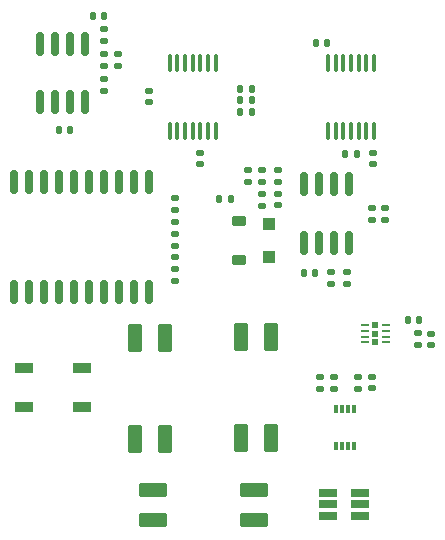
<source format=gbr>
%TF.GenerationSoftware,KiCad,Pcbnew,7.0.10*%
%TF.CreationDate,2024-03-09T07:06:28+08:00*%
%TF.ProjectId,ESP32Sensor-Sensor_board,45535033-3253-4656-9e73-6f722d53656e,rev?*%
%TF.SameCoordinates,Original*%
%TF.FileFunction,Paste,Bot*%
%TF.FilePolarity,Positive*%
%FSLAX46Y46*%
G04 Gerber Fmt 4.6, Leading zero omitted, Abs format (unit mm)*
G04 Created by KiCad (PCBNEW 7.0.10) date 2024-03-09 07:06:28*
%MOMM*%
%LPD*%
G01*
G04 APERTURE LIST*
G04 Aperture macros list*
%AMRoundRect*
0 Rectangle with rounded corners*
0 $1 Rounding radius*
0 $2 $3 $4 $5 $6 $7 $8 $9 X,Y pos of 4 corners*
0 Add a 4 corners polygon primitive as box body*
4,1,4,$2,$3,$4,$5,$6,$7,$8,$9,$2,$3,0*
0 Add four circle primitives for the rounded corners*
1,1,$1+$1,$2,$3*
1,1,$1+$1,$4,$5*
1,1,$1+$1,$6,$7*
1,1,$1+$1,$8,$9*
0 Add four rect primitives between the rounded corners*
20,1,$1+$1,$2,$3,$4,$5,0*
20,1,$1+$1,$4,$5,$6,$7,0*
20,1,$1+$1,$6,$7,$8,$9,0*
20,1,$1+$1,$8,$9,$2,$3,0*%
G04 Aperture macros list end*
%ADD10RoundRect,0.113000X-0.452000X1.107000X-0.452000X-1.107000X0.452000X-1.107000X0.452000X1.107000X0*%
%ADD11RoundRect,0.100000X-0.100000X0.637500X-0.100000X-0.637500X0.100000X-0.637500X0.100000X0.637500X0*%
%ADD12RoundRect,0.135000X-0.185000X0.135000X-0.185000X-0.135000X0.185000X-0.135000X0.185000X0.135000X0*%
%ADD13RoundRect,0.140000X-0.170000X0.140000X-0.170000X-0.140000X0.170000X-0.140000X0.170000X0.140000X0*%
%ADD14RoundRect,0.140000X0.170000X-0.140000X0.170000X0.140000X-0.170000X0.140000X-0.170000X-0.140000X0*%
%ADD15RoundRect,0.147500X0.147500X0.172500X-0.147500X0.172500X-0.147500X-0.172500X0.147500X-0.172500X0*%
%ADD16RoundRect,0.250000X0.300000X-0.300000X0.300000X0.300000X-0.300000X0.300000X-0.300000X-0.300000X0*%
%ADD17RoundRect,0.150000X-0.150000X0.825000X-0.150000X-0.825000X0.150000X-0.825000X0.150000X0.825000X0*%
%ADD18RoundRect,0.135000X0.185000X-0.135000X0.185000X0.135000X-0.185000X0.135000X-0.185000X-0.135000X0*%
%ADD19RoundRect,0.140000X0.140000X0.170000X-0.140000X0.170000X-0.140000X-0.170000X0.140000X-0.170000X0*%
%ADD20RoundRect,0.135000X0.135000X0.185000X-0.135000X0.185000X-0.135000X-0.185000X0.135000X-0.185000X0*%
%ADD21RoundRect,0.140000X-0.140000X-0.170000X0.140000X-0.170000X0.140000X0.170000X-0.140000X0.170000X0*%
%ADD22R,1.560000X0.650000*%
%ADD23RoundRect,0.225000X0.375000X-0.225000X0.375000X0.225000X-0.375000X0.225000X-0.375000X-0.225000X0*%
%ADD24RoundRect,0.113000X1.107000X0.452000X-1.107000X0.452000X-1.107000X-0.452000X1.107000X-0.452000X0*%
%ADD25RoundRect,0.147500X-0.147500X-0.172500X0.147500X-0.172500X0.147500X0.172500X-0.147500X0.172500X0*%
%ADD26R,0.300000X0.800000*%
%ADD27RoundRect,0.150000X-0.150000X0.875000X-0.150000X-0.875000X0.150000X-0.875000X0.150000X0.875000X0*%
%ADD28R,0.500000X0.590000*%
%ADD29R,0.700000X0.250000*%
%ADD30RoundRect,0.100000X0.100000X-0.637500X0.100000X0.637500X-0.100000X0.637500X-0.100000X-0.637500X0*%
%ADD31R,1.500000X0.900000*%
G04 APERTURE END LIST*
D10*
%TO.C,S2*%
X155230000Y-109800000D03*
X155230000Y-118400000D03*
X157770000Y-109800000D03*
X157770000Y-118400000D03*
%TD*%
D11*
%TO.C,U1*%
X162550000Y-86637500D03*
X163200000Y-86637500D03*
X163850000Y-86637500D03*
X164500000Y-86637500D03*
X165150000Y-86637500D03*
X165800000Y-86637500D03*
X166450000Y-86637500D03*
X166450000Y-92362500D03*
X165800000Y-92362500D03*
X165150000Y-92362500D03*
X164500000Y-92362500D03*
X163850000Y-92362500D03*
X163200000Y-92362500D03*
X162550000Y-92362500D03*
%TD*%
D12*
%TO.C,R6*%
X149600000Y-100090000D03*
X149600000Y-101110000D03*
%TD*%
D13*
%TO.C,C9*%
X149600000Y-102120000D03*
X149600000Y-103080000D03*
%TD*%
D14*
%TO.C,C33*%
X151700000Y-95180000D03*
X151700000Y-94220000D03*
%TD*%
%TO.C,C6*%
X147400000Y-89980000D03*
X147400000Y-89020000D03*
%TD*%
D15*
%TO.C,FB3*%
X170260000Y-108416000D03*
X169290000Y-108416000D03*
%TD*%
D14*
%TO.C,C15*%
X170150000Y-110496000D03*
X170150000Y-109536000D03*
%TD*%
D16*
%TO.C,CR2*%
X157600000Y-103100000D03*
X157600000Y-100300000D03*
%TD*%
D17*
%TO.C,U4*%
X138195000Y-85025000D03*
X139465000Y-85025000D03*
X140735000Y-85025000D03*
X142005000Y-85025000D03*
X142005000Y-89975000D03*
X140735000Y-89975000D03*
X139465000Y-89975000D03*
X138195000Y-89975000D03*
%TD*%
D18*
%TO.C,R9*%
X143600000Y-84810000D03*
X143600000Y-83790000D03*
%TD*%
%TO.C,R21*%
X161850000Y-114210000D03*
X161850000Y-113190000D03*
%TD*%
D13*
%TO.C,C3*%
X149600000Y-104120000D03*
X149600000Y-105080000D03*
%TD*%
D19*
%TO.C,C8*%
X140720000Y-92350000D03*
X139760000Y-92350000D03*
%TD*%
D18*
%TO.C,R12*%
X155800000Y-96720000D03*
X155800000Y-95700000D03*
%TD*%
D20*
%TO.C,R2*%
X156110000Y-88800000D03*
X155090000Y-88800000D03*
%TD*%
D21*
%TO.C,C11*%
X160520000Y-104400000D03*
X161480000Y-104400000D03*
%TD*%
D13*
%TO.C,C12*%
X157000000Y-95720000D03*
X157000000Y-96680000D03*
%TD*%
D20*
%TO.C,R3*%
X156110000Y-89800000D03*
X155090000Y-89800000D03*
%TD*%
D12*
%TO.C,R14*%
X162800000Y-104326200D03*
X162800000Y-105346200D03*
%TD*%
D17*
%TO.C,U6*%
X160495000Y-96925000D03*
X161765000Y-96925000D03*
X163035000Y-96925000D03*
X164305000Y-96925000D03*
X164305000Y-101875000D03*
X163035000Y-101875000D03*
X161765000Y-101875000D03*
X160495000Y-101875000D03*
%TD*%
D12*
%TO.C,R11*%
X167400000Y-98910000D03*
X167400000Y-99930000D03*
%TD*%
D18*
%TO.C,R17*%
X165060000Y-114220000D03*
X165060000Y-113200000D03*
%TD*%
D22*
%TO.C,CR1*%
X162550000Y-124950000D03*
X162550000Y-124000000D03*
X162550000Y-123050000D03*
X165250000Y-123050000D03*
X165250000Y-124000000D03*
X165250000Y-124950000D03*
%TD*%
D12*
%TO.C,R13*%
X158300000Y-95690000D03*
X158300000Y-96710000D03*
%TD*%
D23*
%TO.C,CR3*%
X155000000Y-103350000D03*
X155000000Y-100050000D03*
%TD*%
D24*
%TO.C,S1*%
X156300000Y-122830000D03*
X147700000Y-122830000D03*
X156300000Y-125370000D03*
X147700000Y-125370000D03*
%TD*%
D25*
%TO.C,FB4*%
X153362600Y-98150000D03*
X154332600Y-98150000D03*
%TD*%
D26*
%TO.C,U12*%
X164750000Y-119050000D03*
X164250000Y-119050000D03*
X163750000Y-119050000D03*
X163250000Y-119050000D03*
X163250000Y-115950000D03*
X163750000Y-115950000D03*
X164250000Y-115950000D03*
X164750000Y-115950000D03*
%TD*%
D20*
%TO.C,R4*%
X156110000Y-90800000D03*
X155090000Y-90800000D03*
%TD*%
D13*
%TO.C,C13*%
X158300000Y-97720000D03*
X158300000Y-98680000D03*
%TD*%
D14*
%TO.C,C7*%
X143600000Y-88980000D03*
X143600000Y-88020000D03*
%TD*%
D21*
%TO.C,C4*%
X161545000Y-84975000D03*
X162505000Y-84975000D03*
%TD*%
D13*
%TO.C,C14*%
X166300000Y-98940000D03*
X166300000Y-99900000D03*
%TD*%
D19*
%TO.C,C10*%
X143580000Y-82700000D03*
X142620000Y-82700000D03*
%TD*%
D14*
%TO.C,C32*%
X166400000Y-95191200D03*
X166400000Y-94231200D03*
%TD*%
D12*
%TO.C,R15*%
X164200000Y-104326200D03*
X164200000Y-105346200D03*
%TD*%
D27*
%TO.C,U3*%
X135985000Y-96750000D03*
X137255000Y-96750000D03*
X138525000Y-96750000D03*
X139795000Y-96750000D03*
X141065000Y-96750000D03*
X142335000Y-96750000D03*
X143605000Y-96750000D03*
X144875000Y-96750000D03*
X146145000Y-96750000D03*
X147415000Y-96750000D03*
X147415000Y-106050000D03*
X146145000Y-106050000D03*
X144875000Y-106050000D03*
X143605000Y-106050000D03*
X142335000Y-106050000D03*
X141065000Y-106050000D03*
X139795000Y-106050000D03*
X138525000Y-106050000D03*
X137255000Y-106050000D03*
X135985000Y-106050000D03*
%TD*%
D28*
%TO.C,U7*%
X166575000Y-110284000D03*
X166575000Y-109550000D03*
X166575000Y-108816000D03*
D29*
X167500000Y-108800000D03*
X167500000Y-109300000D03*
X167500000Y-109800000D03*
X167500000Y-110300000D03*
X165650000Y-110300000D03*
X165650000Y-109800000D03*
X165650000Y-109300000D03*
X165650000Y-108800000D03*
%TD*%
D18*
%TO.C,R5*%
X149600000Y-99100000D03*
X149600000Y-98080000D03*
%TD*%
D14*
%TO.C,C21*%
X166270000Y-114190000D03*
X166270000Y-113230000D03*
%TD*%
D30*
%TO.C,U2*%
X153050000Y-92362500D03*
X152400000Y-92362500D03*
X151750000Y-92362500D03*
X151100000Y-92362500D03*
X150450000Y-92362500D03*
X149800000Y-92362500D03*
X149150000Y-92362500D03*
X149150000Y-86637500D03*
X149800000Y-86637500D03*
X150450000Y-86637500D03*
X151100000Y-86637500D03*
X151750000Y-86637500D03*
X152400000Y-86637500D03*
X153050000Y-86637500D03*
%TD*%
D18*
%TO.C,R8*%
X144800000Y-86910000D03*
X144800000Y-85890000D03*
%TD*%
D10*
%TO.C,S3*%
X146230000Y-109900000D03*
X146230000Y-118500000D03*
X148770000Y-109900000D03*
X148770000Y-118500000D03*
%TD*%
D18*
%TO.C,R7*%
X143600000Y-86910000D03*
X143600000Y-85890000D03*
%TD*%
D12*
%TO.C,R10*%
X157000000Y-97690000D03*
X157000000Y-98710000D03*
%TD*%
D18*
%TO.C,R20*%
X163100000Y-114210000D03*
X163100000Y-113190000D03*
%TD*%
D19*
%TO.C,C5*%
X164980000Y-94311200D03*
X164020000Y-94311200D03*
%TD*%
D31*
%TO.C,D1*%
X141750000Y-112450000D03*
X141750000Y-115750000D03*
X136850000Y-115750000D03*
X136850000Y-112450000D03*
%TD*%
D14*
%TO.C,C16*%
X171275000Y-110505000D03*
X171275000Y-109545000D03*
%TD*%
M02*

</source>
